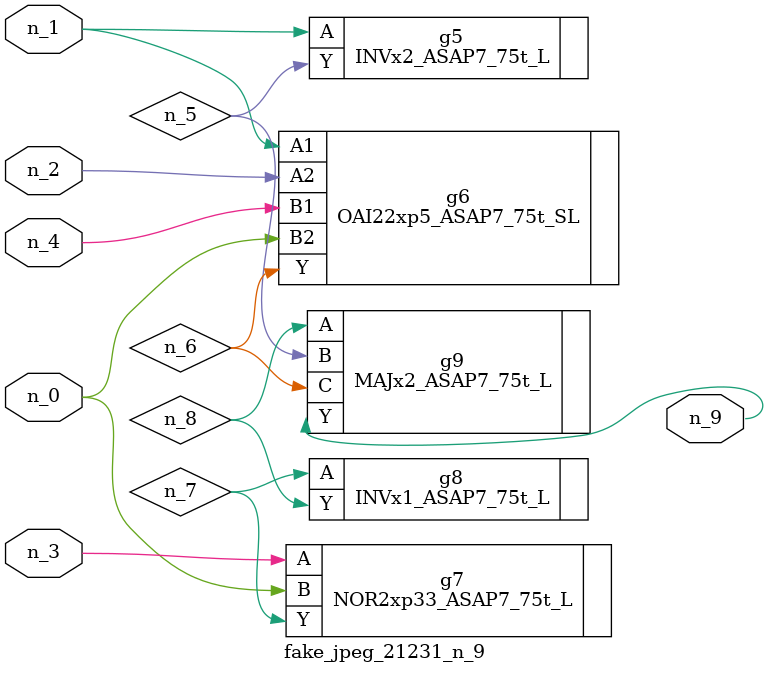
<source format=v>
module fake_jpeg_21231_n_9 (n_3, n_2, n_1, n_0, n_4, n_9);

input n_3;
input n_2;
input n_1;
input n_0;
input n_4;

output n_9;

wire n_8;
wire n_6;
wire n_5;
wire n_7;

INVx2_ASAP7_75t_L g5 ( 
.A(n_1),
.Y(n_5)
);

OAI22xp5_ASAP7_75t_SL g6 ( 
.A1(n_1),
.A2(n_2),
.B1(n_4),
.B2(n_0),
.Y(n_6)
);

NOR2xp33_ASAP7_75t_L g7 ( 
.A(n_3),
.B(n_0),
.Y(n_7)
);

INVx1_ASAP7_75t_L g8 ( 
.A(n_7),
.Y(n_8)
);

MAJx2_ASAP7_75t_L g9 ( 
.A(n_8),
.B(n_5),
.C(n_6),
.Y(n_9)
);


endmodule
</source>
